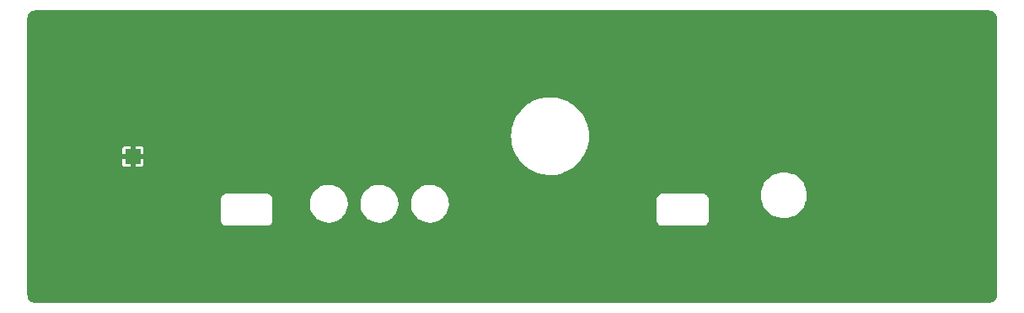
<source format=gbr>
%TF.GenerationSoftware,KiCad,Pcbnew,(6.0.11)*%
%TF.CreationDate,2023-08-23T19:50:25-07:00*%
%TF.ProjectId,miditwiddle-front,6d696469-7477-4696-9464-6c652d66726f,rev?*%
%TF.SameCoordinates,PX9157080PY68799b0*%
%TF.FileFunction,Copper,L2,Bot*%
%TF.FilePolarity,Positive*%
%FSLAX46Y46*%
G04 Gerber Fmt 4.6, Leading zero omitted, Abs format (unit mm)*
G04 Created by KiCad (PCBNEW (6.0.11)) date 2023-08-23 19:50:25*
%MOMM*%
%LPD*%
G01*
G04 APERTURE LIST*
%TA.AperFunction,SMDPad,CuDef*%
%ADD10R,1.500000X1.500000*%
%TD*%
%TA.AperFunction,ViaPad*%
%ADD11C,0.600000*%
%TD*%
G04 APERTURE END LIST*
D10*
%TO.P,TP1,1,1*%
%TO.N,GND*%
X-38100000Y7950000D03*
%TD*%
D11*
%TO.N,GND*%
X-48000000Y21950000D03*
X-48000000Y-6050000D03*
X48000000Y-6050000D03*
X48000000Y21950000D03*
%TD*%
%TA.AperFunction,Conductor*%
%TO.N,GND*%
G36*
X47984142Y22642786D02*
G01*
X48000000Y22639990D01*
X48010855Y22641904D01*
X48021879Y22641904D01*
X48021879Y22640865D01*
X48034345Y22641317D01*
X48123179Y22632568D01*
X48147405Y22627749D01*
X48253973Y22595422D01*
X48276793Y22585970D01*
X48375010Y22533472D01*
X48395548Y22519749D01*
X48481634Y22449099D01*
X48499099Y22431634D01*
X48569749Y22345548D01*
X48583472Y22325010D01*
X48635970Y22226793D01*
X48645422Y22203973D01*
X48677749Y22097405D01*
X48682568Y22073179D01*
X48691317Y21984345D01*
X48690865Y21971879D01*
X48691904Y21971879D01*
X48691904Y21960855D01*
X48689990Y21950000D01*
X48691904Y21939146D01*
X48692786Y21934144D01*
X48694700Y21912264D01*
X48694700Y-6012264D01*
X48692786Y-6034142D01*
X48689990Y-6050000D01*
X48691904Y-6060855D01*
X48691904Y-6071879D01*
X48690865Y-6071879D01*
X48691317Y-6084345D01*
X48682568Y-6173179D01*
X48677749Y-6197405D01*
X48645422Y-6303973D01*
X48635970Y-6326793D01*
X48583472Y-6425010D01*
X48569749Y-6445548D01*
X48499099Y-6531634D01*
X48481634Y-6549099D01*
X48395548Y-6619749D01*
X48375010Y-6633472D01*
X48276793Y-6685970D01*
X48253973Y-6695422D01*
X48147405Y-6727749D01*
X48123179Y-6732568D01*
X48034345Y-6741317D01*
X48021879Y-6740865D01*
X48021879Y-6741904D01*
X48010855Y-6741904D01*
X48000000Y-6739990D01*
X47984142Y-6742786D01*
X47962264Y-6744700D01*
X-47962264Y-6744700D01*
X-47984142Y-6742786D01*
X-48000000Y-6739990D01*
X-48010855Y-6741904D01*
X-48021879Y-6741904D01*
X-48021879Y-6740865D01*
X-48034345Y-6741317D01*
X-48123179Y-6732568D01*
X-48147405Y-6727749D01*
X-48253973Y-6695422D01*
X-48276793Y-6685970D01*
X-48375010Y-6633472D01*
X-48395548Y-6619749D01*
X-48481634Y-6549099D01*
X-48499099Y-6531634D01*
X-48569749Y-6445548D01*
X-48583472Y-6425010D01*
X-48635970Y-6326793D01*
X-48645422Y-6303973D01*
X-48677749Y-6197405D01*
X-48682568Y-6173179D01*
X-48691317Y-6084345D01*
X-48690865Y-6071879D01*
X-48691904Y-6071879D01*
X-48691904Y-6060855D01*
X-48689990Y-6050000D01*
X-48692786Y-6034142D01*
X-48694700Y-6012264D01*
X-48694700Y1600000D01*
X-29280010Y1600000D01*
X-29278095Y1589142D01*
X-29278095Y1588942D01*
X-29277134Y1582286D01*
X-29263858Y1464456D01*
X-29218807Y1335708D01*
X-29146237Y1220214D01*
X-29049786Y1123763D01*
X-28934292Y1051193D01*
X-28805544Y1006142D01*
X-28798517Y1005350D01*
X-28798516Y1005350D01*
X-28746324Y999469D01*
X-28736220Y997678D01*
X-28730327Y995327D01*
X-28723932Y994700D01*
X-28711067Y994700D01*
X-28696964Y993908D01*
X-28687731Y992868D01*
X-28681055Y991905D01*
X-28680858Y991905D01*
X-28670000Y989990D01*
X-28654142Y992786D01*
X-28632264Y994700D01*
X-24707736Y994700D01*
X-24685858Y992786D01*
X-24670000Y989990D01*
X-24659142Y991905D01*
X-24658942Y991905D01*
X-24652286Y992866D01*
X-24575985Y1001463D01*
X-24541484Y1005350D01*
X-24541483Y1005350D01*
X-24534456Y1006142D01*
X-24405708Y1051193D01*
X-24290214Y1123763D01*
X-24193763Y1220214D01*
X-24121193Y1335708D01*
X-24076142Y1464456D01*
X-24075350Y1471484D01*
X-24069469Y1523676D01*
X-24067678Y1533780D01*
X-24065327Y1539673D01*
X-24064700Y1546068D01*
X-24064700Y1558933D01*
X-24063908Y1573036D01*
X-24062868Y1582269D01*
X-24061905Y1588945D01*
X-24061905Y1589142D01*
X-24059990Y1600000D01*
X-24062786Y1615858D01*
X-24064700Y1637736D01*
X-24064700Y3260000D01*
X-20324224Y3260000D01*
X-20324049Y3255548D01*
X-20321867Y3200000D01*
X-20315191Y3030104D01*
X-20313631Y2990389D01*
X-20265156Y2724961D01*
X-20179764Y2469011D01*
X-20177772Y2465024D01*
X-20177771Y2465022D01*
X-20128389Y2366194D01*
X-20059161Y2227646D01*
X-19905752Y2005682D01*
X-19902730Y2002413D01*
X-19725615Y1810810D01*
X-19725610Y1810805D01*
X-19722599Y1807548D01*
X-19513356Y1637197D01*
X-19509538Y1634898D01*
X-19509536Y1634897D01*
X-19428610Y1586176D01*
X-19282198Y1498029D01*
X-19278103Y1496295D01*
X-19278101Y1496294D01*
X-19037837Y1394555D01*
X-19037830Y1394553D01*
X-19033736Y1392819D01*
X-18772930Y1323667D01*
X-18768506Y1323143D01*
X-18768504Y1323143D01*
X-18660598Y1310372D01*
X-18504981Y1291954D01*
X-18235237Y1298310D01*
X-18086042Y1323143D01*
X-17973470Y1341880D01*
X-17973466Y1341881D01*
X-17969080Y1342611D01*
X-17964839Y1343952D01*
X-17964836Y1343953D01*
X-17716067Y1422629D01*
X-17716065Y1422630D01*
X-17711821Y1423972D01*
X-17707810Y1425898D01*
X-17707805Y1425900D01*
X-17472610Y1538839D01*
X-17472609Y1538840D01*
X-17468591Y1540769D01*
X-17456046Y1549151D01*
X-17247953Y1688194D01*
X-17247949Y1688197D01*
X-17244245Y1690672D01*
X-17240928Y1693643D01*
X-17240924Y1693646D01*
X-17046575Y1867720D01*
X-17043259Y1870690D01*
X-16869642Y2077232D01*
X-16726860Y2306176D01*
X-16617761Y2552954D01*
X-16544521Y2812642D01*
X-16527659Y2938177D01*
X-16509029Y3076879D01*
X-16509029Y3076884D01*
X-16508602Y3080060D01*
X-16506736Y3139438D01*
X-16504934Y3196778D01*
X-16504934Y3196783D01*
X-16504833Y3200000D01*
X-16509081Y3260000D01*
X-15244224Y3260000D01*
X-15244049Y3255548D01*
X-15241867Y3200000D01*
X-15235191Y3030104D01*
X-15233631Y2990389D01*
X-15185156Y2724961D01*
X-15099764Y2469011D01*
X-15097772Y2465024D01*
X-15097771Y2465022D01*
X-15048389Y2366194D01*
X-14979161Y2227646D01*
X-14825752Y2005682D01*
X-14822730Y2002413D01*
X-14645615Y1810810D01*
X-14645610Y1810805D01*
X-14642599Y1807548D01*
X-14433356Y1637197D01*
X-14429538Y1634898D01*
X-14429536Y1634897D01*
X-14348610Y1586176D01*
X-14202198Y1498029D01*
X-14198103Y1496295D01*
X-14198101Y1496294D01*
X-13957837Y1394555D01*
X-13957830Y1394553D01*
X-13953736Y1392819D01*
X-13692930Y1323667D01*
X-13688506Y1323143D01*
X-13688504Y1323143D01*
X-13580598Y1310372D01*
X-13424981Y1291954D01*
X-13155237Y1298310D01*
X-13006042Y1323143D01*
X-12893470Y1341880D01*
X-12893466Y1341881D01*
X-12889080Y1342611D01*
X-12884839Y1343952D01*
X-12884836Y1343953D01*
X-12636067Y1422629D01*
X-12636065Y1422630D01*
X-12631821Y1423972D01*
X-12627810Y1425898D01*
X-12627805Y1425900D01*
X-12392610Y1538839D01*
X-12392609Y1538840D01*
X-12388591Y1540769D01*
X-12376046Y1549151D01*
X-12167953Y1688194D01*
X-12167949Y1688197D01*
X-12164245Y1690672D01*
X-12160928Y1693643D01*
X-12160924Y1693646D01*
X-11966575Y1867720D01*
X-11963259Y1870690D01*
X-11789642Y2077232D01*
X-11646860Y2306176D01*
X-11537761Y2552954D01*
X-11464521Y2812642D01*
X-11447659Y2938177D01*
X-11429029Y3076879D01*
X-11429029Y3076884D01*
X-11428602Y3080060D01*
X-11426736Y3139438D01*
X-11424934Y3196778D01*
X-11424934Y3196783D01*
X-11424833Y3200000D01*
X-11429081Y3260000D01*
X-10164224Y3260000D01*
X-10164049Y3255548D01*
X-10161867Y3200000D01*
X-10155191Y3030104D01*
X-10153631Y2990389D01*
X-10105156Y2724961D01*
X-10019764Y2469011D01*
X-10017772Y2465024D01*
X-10017771Y2465022D01*
X-9968389Y2366194D01*
X-9899161Y2227646D01*
X-9745752Y2005682D01*
X-9742730Y2002413D01*
X-9565615Y1810810D01*
X-9565610Y1810805D01*
X-9562599Y1807548D01*
X-9353356Y1637197D01*
X-9349538Y1634898D01*
X-9349536Y1634897D01*
X-9268610Y1586176D01*
X-9122198Y1498029D01*
X-9118103Y1496295D01*
X-9118101Y1496294D01*
X-8877837Y1394555D01*
X-8877830Y1394553D01*
X-8873736Y1392819D01*
X-8612930Y1323667D01*
X-8608506Y1323143D01*
X-8608504Y1323143D01*
X-8500598Y1310372D01*
X-8344981Y1291954D01*
X-8075237Y1298310D01*
X-7926042Y1323143D01*
X-7813470Y1341880D01*
X-7813466Y1341881D01*
X-7809080Y1342611D01*
X-7804839Y1343952D01*
X-7804836Y1343953D01*
X-7556067Y1422629D01*
X-7556065Y1422630D01*
X-7551821Y1423972D01*
X-7547810Y1425898D01*
X-7547805Y1425900D01*
X-7312610Y1538839D01*
X-7312609Y1538840D01*
X-7308591Y1540769D01*
X-7296046Y1549151D01*
X-7219945Y1600000D01*
X14534990Y1600000D01*
X14536905Y1589142D01*
X14536905Y1588942D01*
X14537866Y1582286D01*
X14551142Y1464456D01*
X14596193Y1335708D01*
X14668763Y1220214D01*
X14765214Y1123763D01*
X14880708Y1051193D01*
X15009456Y1006142D01*
X15016483Y1005350D01*
X15016484Y1005350D01*
X15068676Y999469D01*
X15078780Y997678D01*
X15084673Y995327D01*
X15091068Y994700D01*
X15103933Y994700D01*
X15118036Y993908D01*
X15127269Y992868D01*
X15133945Y991905D01*
X15134142Y991905D01*
X15145000Y989990D01*
X15160858Y992786D01*
X15182736Y994700D01*
X19107264Y994700D01*
X19129142Y992786D01*
X19145000Y989990D01*
X19155858Y991905D01*
X19156058Y991905D01*
X19162714Y992866D01*
X19239015Y1001463D01*
X19273516Y1005350D01*
X19273517Y1005350D01*
X19280544Y1006142D01*
X19409292Y1051193D01*
X19524786Y1123763D01*
X19621237Y1220214D01*
X19693807Y1335708D01*
X19738858Y1464456D01*
X19739650Y1471484D01*
X19745531Y1523676D01*
X19747322Y1533780D01*
X19749673Y1539673D01*
X19750300Y1546068D01*
X19750300Y1558933D01*
X19751092Y1573036D01*
X19752132Y1582269D01*
X19753095Y1588945D01*
X19753095Y1589142D01*
X19755010Y1600000D01*
X19752214Y1615858D01*
X19750300Y1637736D01*
X19750300Y3562264D01*
X19752214Y3584144D01*
X19753096Y3589145D01*
X19755010Y3600000D01*
X19753095Y3610858D01*
X19753095Y3611058D01*
X19752132Y3617726D01*
X19752132Y3617731D01*
X19738858Y3735544D01*
X19693807Y3864292D01*
X19621237Y3979786D01*
X19551023Y4050000D01*
X24994754Y4050000D01*
X24995024Y4045880D01*
X25011777Y3790274D01*
X25014518Y3748452D01*
X25015320Y3744419D01*
X25015321Y3744413D01*
X25069210Y3473499D01*
X25073474Y3452064D01*
X25074801Y3448155D01*
X25074802Y3448151D01*
X25157945Y3203221D01*
X25170611Y3165907D01*
X25304268Y2894877D01*
X25472159Y2643611D01*
X25671409Y2416409D01*
X25898611Y2217159D01*
X26149877Y2049268D01*
X26153576Y2047444D01*
X26153581Y2047441D01*
X26283485Y1983380D01*
X26420907Y1915611D01*
X26424812Y1914286D01*
X26424813Y1914285D01*
X26703151Y1819802D01*
X26703155Y1819801D01*
X26707064Y1818474D01*
X26711108Y1817670D01*
X26711114Y1817668D01*
X26999413Y1760321D01*
X26999419Y1760320D01*
X27003452Y1759518D01*
X27007557Y1759249D01*
X27007564Y1759248D01*
X27300880Y1740024D01*
X27305000Y1739754D01*
X27309120Y1740024D01*
X27602436Y1759248D01*
X27602443Y1759249D01*
X27606548Y1759518D01*
X27610581Y1760320D01*
X27610587Y1760321D01*
X27898886Y1817668D01*
X27898892Y1817670D01*
X27902936Y1818474D01*
X27906845Y1819801D01*
X27906849Y1819802D01*
X28185187Y1914285D01*
X28185188Y1914286D01*
X28189093Y1915611D01*
X28326515Y1983380D01*
X28456419Y2047441D01*
X28456424Y2047444D01*
X28460123Y2049268D01*
X28711389Y2217159D01*
X28938591Y2416409D01*
X29137841Y2643611D01*
X29305732Y2894877D01*
X29439389Y3165907D01*
X29452055Y3203221D01*
X29535198Y3448151D01*
X29535199Y3448155D01*
X29536526Y3452064D01*
X29540790Y3473499D01*
X29594679Y3744413D01*
X29594680Y3744419D01*
X29595482Y3748452D01*
X29598224Y3790274D01*
X29614976Y4045880D01*
X29615246Y4050000D01*
X29613526Y4076237D01*
X29595752Y4347436D01*
X29595751Y4347443D01*
X29595482Y4351548D01*
X29582539Y4416620D01*
X29537332Y4643886D01*
X29537330Y4643892D01*
X29536526Y4647936D01*
X29478330Y4819378D01*
X29440715Y4930187D01*
X29440714Y4930188D01*
X29439389Y4934093D01*
X29359987Y5095105D01*
X29307559Y5201419D01*
X29307556Y5201424D01*
X29305732Y5205123D01*
X29137841Y5456389D01*
X28938591Y5683591D01*
X28711389Y5882841D01*
X28460123Y6050732D01*
X28456424Y6052556D01*
X28456419Y6052559D01*
X28284203Y6137486D01*
X28189093Y6184389D01*
X28116123Y6209159D01*
X27906849Y6280198D01*
X27906845Y6280199D01*
X27902936Y6281526D01*
X27898892Y6282330D01*
X27898886Y6282332D01*
X27610587Y6339679D01*
X27610581Y6339680D01*
X27606548Y6340482D01*
X27602443Y6340751D01*
X27602436Y6340752D01*
X27309120Y6359976D01*
X27305000Y6360246D01*
X27300880Y6359976D01*
X27007564Y6340752D01*
X27007557Y6340751D01*
X27003452Y6340482D01*
X26999419Y6339680D01*
X26999413Y6339679D01*
X26711114Y6282332D01*
X26711108Y6282330D01*
X26707064Y6281526D01*
X26703155Y6280199D01*
X26703151Y6280198D01*
X26493877Y6209159D01*
X26420907Y6184389D01*
X26325797Y6137486D01*
X26153581Y6052559D01*
X26153576Y6052556D01*
X26149877Y6050732D01*
X25898611Y5882841D01*
X25671409Y5683591D01*
X25472159Y5456389D01*
X25304268Y5205123D01*
X25302444Y5201424D01*
X25302441Y5201419D01*
X25250013Y5095105D01*
X25170611Y4934093D01*
X25169286Y4930188D01*
X25169285Y4930187D01*
X25131671Y4819378D01*
X25073474Y4647936D01*
X25072670Y4643892D01*
X25072668Y4643886D01*
X25031508Y4436962D01*
X25014518Y4351548D01*
X24997662Y4094362D01*
X24994754Y4050000D01*
X19551023Y4050000D01*
X19524786Y4076237D01*
X19409292Y4148807D01*
X19280544Y4193858D01*
X19273517Y4194650D01*
X19273516Y4194650D01*
X19221324Y4200531D01*
X19211220Y4202322D01*
X19205327Y4204673D01*
X19198932Y4205300D01*
X19186067Y4205300D01*
X19171964Y4206092D01*
X19162731Y4207132D01*
X19156055Y4208095D01*
X19155858Y4208095D01*
X19145000Y4210010D01*
X19129142Y4207214D01*
X19107264Y4205300D01*
X15182736Y4205300D01*
X15160858Y4207214D01*
X15145000Y4210010D01*
X15134142Y4208095D01*
X15133942Y4208095D01*
X15127286Y4207134D01*
X15050985Y4198537D01*
X15016484Y4194650D01*
X15016483Y4194650D01*
X15009456Y4193858D01*
X14880708Y4148807D01*
X14765214Y4076237D01*
X14668763Y3979786D01*
X14596193Y3864292D01*
X14551142Y3735544D01*
X14550350Y3728517D01*
X14550350Y3728516D01*
X14544469Y3676324D01*
X14542678Y3666220D01*
X14540327Y3660327D01*
X14539700Y3653932D01*
X14539700Y3641067D01*
X14538908Y3626964D01*
X14537868Y3617731D01*
X14536905Y3611055D01*
X14536905Y3610858D01*
X14534990Y3600000D01*
X14536904Y3589145D01*
X14537786Y3584144D01*
X14539700Y3562264D01*
X14539700Y1637736D01*
X14537786Y1615858D01*
X14534990Y1600000D01*
X-7219945Y1600000D01*
X-7087953Y1688194D01*
X-7087949Y1688197D01*
X-7084245Y1690672D01*
X-7080928Y1693643D01*
X-7080924Y1693646D01*
X-6886575Y1867720D01*
X-6883259Y1870690D01*
X-6709642Y2077232D01*
X-6566860Y2306176D01*
X-6457761Y2552954D01*
X-6384521Y2812642D01*
X-6367659Y2938177D01*
X-6349029Y3076879D01*
X-6349029Y3076884D01*
X-6348602Y3080060D01*
X-6346736Y3139438D01*
X-6344934Y3196778D01*
X-6344934Y3196783D01*
X-6344833Y3200000D01*
X-6363889Y3469145D01*
X-6375694Y3523980D01*
X-6419742Y3728568D01*
X-6420679Y3732920D01*
X-6424110Y3742222D01*
X-6512527Y3981884D01*
X-6514068Y3986061D01*
X-6546344Y4045880D01*
X-6640080Y4219603D01*
X-6642193Y4223519D01*
X-6802498Y4440554D01*
X-6836437Y4475031D01*
X-6988653Y4629656D01*
X-6991784Y4632837D01*
X-6995324Y4635538D01*
X-6995330Y4635544D01*
X-7202735Y4793830D01*
X-7206275Y4796532D01*
X-7441690Y4928371D01*
X-7693334Y5025724D01*
X-7697659Y5026727D01*
X-7697664Y5026728D01*
X-7802827Y5051103D01*
X-7956184Y5086650D01*
X-8224996Y5109931D01*
X-8229431Y5109687D01*
X-8229435Y5109687D01*
X-8330310Y5104135D01*
X-8494407Y5095105D01*
X-8498767Y5094238D01*
X-8498773Y5094237D01*
X-8728690Y5048503D01*
X-8759042Y5042466D01*
X-9013619Y4953065D01*
X-9253060Y4828685D01*
X-9256675Y4826102D01*
X-9256681Y4826098D01*
X-9295006Y4798710D01*
X-9472586Y4671809D01*
X-9667819Y4485566D01*
X-9670575Y4482071D01*
X-9670576Y4482069D01*
X-9779198Y4344282D01*
X-9834862Y4273673D01*
X-9877346Y4200531D01*
X-9968145Y4044211D01*
X-9968148Y4044205D01*
X-9970383Y4040357D01*
X-9972057Y4036223D01*
X-10070004Y3794406D01*
X-10070007Y3794398D01*
X-10071677Y3790274D01*
X-10091088Y3712131D01*
X-10128314Y3562264D01*
X-10136723Y3528413D01*
X-10164224Y3260000D01*
X-11429081Y3260000D01*
X-11443889Y3469145D01*
X-11455694Y3523980D01*
X-11499742Y3728568D01*
X-11500679Y3732920D01*
X-11504110Y3742222D01*
X-11592527Y3981884D01*
X-11594068Y3986061D01*
X-11626344Y4045880D01*
X-11720080Y4219603D01*
X-11722193Y4223519D01*
X-11882498Y4440554D01*
X-11916437Y4475031D01*
X-12068653Y4629656D01*
X-12071784Y4632837D01*
X-12075324Y4635538D01*
X-12075330Y4635544D01*
X-12282735Y4793830D01*
X-12286275Y4796532D01*
X-12521690Y4928371D01*
X-12773334Y5025724D01*
X-12777659Y5026727D01*
X-12777664Y5026728D01*
X-12882827Y5051103D01*
X-13036184Y5086650D01*
X-13304996Y5109931D01*
X-13309431Y5109687D01*
X-13309435Y5109687D01*
X-13410310Y5104135D01*
X-13574407Y5095105D01*
X-13578767Y5094238D01*
X-13578773Y5094237D01*
X-13808690Y5048503D01*
X-13839042Y5042466D01*
X-14093619Y4953065D01*
X-14333060Y4828685D01*
X-14336675Y4826102D01*
X-14336681Y4826098D01*
X-14375006Y4798710D01*
X-14552586Y4671809D01*
X-14747819Y4485566D01*
X-14750575Y4482071D01*
X-14750576Y4482069D01*
X-14859198Y4344282D01*
X-14914862Y4273673D01*
X-14957346Y4200531D01*
X-15048145Y4044211D01*
X-15048148Y4044205D01*
X-15050383Y4040357D01*
X-15052057Y4036223D01*
X-15150004Y3794406D01*
X-15150007Y3794398D01*
X-15151677Y3790274D01*
X-15171088Y3712131D01*
X-15208314Y3562264D01*
X-15216723Y3528413D01*
X-15244224Y3260000D01*
X-16509081Y3260000D01*
X-16523889Y3469145D01*
X-16535694Y3523980D01*
X-16579742Y3728568D01*
X-16580679Y3732920D01*
X-16584110Y3742222D01*
X-16672527Y3981884D01*
X-16674068Y3986061D01*
X-16706344Y4045880D01*
X-16800080Y4219603D01*
X-16802193Y4223519D01*
X-16962498Y4440554D01*
X-16996437Y4475031D01*
X-17148653Y4629656D01*
X-17151784Y4632837D01*
X-17155324Y4635538D01*
X-17155330Y4635544D01*
X-17362735Y4793830D01*
X-17366275Y4796532D01*
X-17601690Y4928371D01*
X-17853334Y5025724D01*
X-17857659Y5026727D01*
X-17857664Y5026728D01*
X-17962827Y5051103D01*
X-18116184Y5086650D01*
X-18384996Y5109931D01*
X-18389431Y5109687D01*
X-18389435Y5109687D01*
X-18490310Y5104135D01*
X-18654407Y5095105D01*
X-18658767Y5094238D01*
X-18658773Y5094237D01*
X-18888690Y5048503D01*
X-18919042Y5042466D01*
X-19173619Y4953065D01*
X-19413060Y4828685D01*
X-19416675Y4826102D01*
X-19416681Y4826098D01*
X-19455006Y4798710D01*
X-19632586Y4671809D01*
X-19827819Y4485566D01*
X-19830575Y4482071D01*
X-19830576Y4482069D01*
X-19939198Y4344282D01*
X-19994862Y4273673D01*
X-20037346Y4200531D01*
X-20128145Y4044211D01*
X-20128148Y4044205D01*
X-20130383Y4040357D01*
X-20132057Y4036223D01*
X-20230004Y3794406D01*
X-20230007Y3794398D01*
X-20231677Y3790274D01*
X-20251088Y3712131D01*
X-20288314Y3562264D01*
X-20296723Y3528413D01*
X-20324224Y3260000D01*
X-24064700Y3260000D01*
X-24064700Y3562264D01*
X-24062786Y3584144D01*
X-24061904Y3589145D01*
X-24059990Y3600000D01*
X-24061905Y3610858D01*
X-24061905Y3611058D01*
X-24062868Y3617726D01*
X-24062868Y3617731D01*
X-24076142Y3735544D01*
X-24121193Y3864292D01*
X-24193763Y3979786D01*
X-24290214Y4076237D01*
X-24405708Y4148807D01*
X-24534456Y4193858D01*
X-24541483Y4194650D01*
X-24541484Y4194650D01*
X-24593676Y4200531D01*
X-24603780Y4202322D01*
X-24609673Y4204673D01*
X-24616068Y4205300D01*
X-24628933Y4205300D01*
X-24643036Y4206092D01*
X-24652269Y4207132D01*
X-24658945Y4208095D01*
X-24659142Y4208095D01*
X-24670000Y4210010D01*
X-24685858Y4207214D01*
X-24707736Y4205300D01*
X-28632264Y4205300D01*
X-28654142Y4207214D01*
X-28670000Y4210010D01*
X-28680858Y4208095D01*
X-28681058Y4208095D01*
X-28687714Y4207134D01*
X-28764015Y4198537D01*
X-28798516Y4194650D01*
X-28798517Y4194650D01*
X-28805544Y4193858D01*
X-28934292Y4148807D01*
X-29049786Y4076237D01*
X-29146237Y3979786D01*
X-29218807Y3864292D01*
X-29263858Y3735544D01*
X-29264650Y3728517D01*
X-29264650Y3728516D01*
X-29270531Y3676324D01*
X-29272322Y3666220D01*
X-29274673Y3660327D01*
X-29275300Y3653932D01*
X-29275300Y3641067D01*
X-29276092Y3626964D01*
X-29277132Y3617731D01*
X-29278095Y3611055D01*
X-29278095Y3610858D01*
X-29280010Y3600000D01*
X-29278096Y3589145D01*
X-29277214Y3584144D01*
X-29275300Y3562264D01*
X-29275300Y1637736D01*
X-29277214Y1615858D01*
X-29280010Y1600000D01*
X-48694700Y1600000D01*
X-48694700Y7158448D01*
X-39154800Y7158448D01*
X-39154358Y7151003D01*
X-39152755Y7137525D01*
X-39147802Y7119505D01*
X-39110267Y7034999D01*
X-39097313Y7016151D01*
X-39033417Y6952367D01*
X-39014547Y6939446D01*
X-38929999Y6902068D01*
X-38911922Y6897140D01*
X-38898925Y6895624D01*
X-38891624Y6895200D01*
X-38372115Y6895200D01*
X-38356876Y6899675D01*
X-38355671Y6901065D01*
X-38354000Y6908748D01*
X-38354000Y6913315D01*
X-37846000Y6913315D01*
X-37841525Y6898076D01*
X-37840135Y6896871D01*
X-37832452Y6895200D01*
X-37308448Y6895200D01*
X-37301003Y6895642D01*
X-37287525Y6897245D01*
X-37269505Y6902198D01*
X-37184999Y6939733D01*
X-37166151Y6952687D01*
X-37102367Y7016583D01*
X-37089446Y7035453D01*
X-37052068Y7120001D01*
X-37047140Y7138078D01*
X-37045624Y7151075D01*
X-37045200Y7158376D01*
X-37045200Y7677885D01*
X-37049675Y7693124D01*
X-37051065Y7694329D01*
X-37058748Y7696000D01*
X-37827885Y7696000D01*
X-37843124Y7691525D01*
X-37844329Y7690135D01*
X-37846000Y7682452D01*
X-37846000Y6913315D01*
X-38354000Y6913315D01*
X-38354000Y7677885D01*
X-38358475Y7693124D01*
X-38359865Y7694329D01*
X-38367548Y7696000D01*
X-39136685Y7696000D01*
X-39151924Y7691525D01*
X-39153129Y7690135D01*
X-39154800Y7682452D01*
X-39154800Y7158448D01*
X-48694700Y7158448D01*
X-48694700Y8222115D01*
X-39154800Y8222115D01*
X-39150325Y8206876D01*
X-39148935Y8205671D01*
X-39141252Y8204000D01*
X-38372115Y8204000D01*
X-38356876Y8208475D01*
X-38355671Y8209865D01*
X-38354000Y8217548D01*
X-38354000Y8222115D01*
X-37846000Y8222115D01*
X-37841525Y8206876D01*
X-37840135Y8205671D01*
X-37832452Y8204000D01*
X-37063315Y8204000D01*
X-37048076Y8208475D01*
X-37046871Y8209865D01*
X-37045200Y8217548D01*
X-37045200Y8741552D01*
X-37045642Y8748997D01*
X-37047245Y8762475D01*
X-37052198Y8780495D01*
X-37089733Y8865001D01*
X-37102687Y8883849D01*
X-37166583Y8947633D01*
X-37185453Y8960554D01*
X-37270001Y8997932D01*
X-37288078Y9002860D01*
X-37301075Y9004376D01*
X-37308376Y9004800D01*
X-37827885Y9004800D01*
X-37843124Y9000325D01*
X-37844329Y8998935D01*
X-37846000Y8991252D01*
X-37846000Y8222115D01*
X-38354000Y8222115D01*
X-38354000Y8986685D01*
X-38358475Y9001924D01*
X-38359865Y9003129D01*
X-38367548Y9004800D01*
X-38891552Y9004800D01*
X-38898997Y9004358D01*
X-38912475Y9002755D01*
X-38930495Y8997802D01*
X-39015001Y8960267D01*
X-39033849Y8947313D01*
X-39097633Y8883417D01*
X-39110554Y8864547D01*
X-39147932Y8779999D01*
X-39152860Y8761922D01*
X-39154376Y8748925D01*
X-39154800Y8741624D01*
X-39154800Y8222115D01*
X-48694700Y8222115D01*
X-48694700Y10013650D01*
X-100295Y10013650D01*
X-100194Y10011501D01*
X-100146Y10010483D01*
X-100146Y10010477D01*
X-98284Y9971008D01*
X-81657Y9618420D01*
X-23173Y9227097D01*
X-22387Y9224015D01*
X-22387Y9224013D01*
X35274Y8997802D01*
X74557Y8843687D01*
X210532Y8472117D01*
X383361Y8116189D01*
X385033Y8113482D01*
X385034Y8113480D01*
X405459Y8080410D01*
X591274Y7779550D01*
X593206Y7777032D01*
X593213Y7777022D01*
X830201Y7468173D01*
X832142Y7465644D01*
X1103499Y7177687D01*
X1105904Y7175604D01*
X1105910Y7175598D01*
X1267699Y7035453D01*
X1402567Y6918627D01*
X1726284Y6691115D01*
X2071335Y6497481D01*
X2074249Y6496214D01*
X2074253Y6496212D01*
X2223575Y6431285D01*
X2434187Y6339709D01*
X2613816Y6282382D01*
X2808082Y6220383D01*
X2808091Y6220381D01*
X2811126Y6219412D01*
X2862746Y6208534D01*
X3195172Y6138481D01*
X3195177Y6138480D01*
X3198291Y6137824D01*
X3591720Y6095778D01*
X3594907Y6095761D01*
X3594913Y6095761D01*
X3774397Y6094821D01*
X3987384Y6093706D01*
X4184307Y6112668D01*
X4378066Y6131325D01*
X4378071Y6131326D01*
X4381231Y6131630D01*
X4384351Y6132253D01*
X4384355Y6132254D01*
X4766102Y6208534D01*
X4766101Y6208534D01*
X4769230Y6209159D01*
X5060891Y6298886D01*
X5144366Y6324566D01*
X5144369Y6324567D01*
X5147408Y6325502D01*
X5150336Y6326739D01*
X5150342Y6326741D01*
X5314336Y6396015D01*
X5511892Y6479466D01*
X5514695Y6481000D01*
X5514700Y6481003D01*
X5664321Y6562918D01*
X5858952Y6669476D01*
X6185033Y6893585D01*
X6187472Y6895653D01*
X6187478Y6895658D01*
X6352318Y7035453D01*
X6486798Y7149500D01*
X6761155Y7434600D01*
X6787480Y7468173D01*
X7003323Y7743448D01*
X7003326Y7743453D01*
X7005297Y7745966D01*
X7216724Y8080410D01*
X7218144Y8083259D01*
X7218149Y8083267D01*
X7391851Y8431660D01*
X7393271Y8434508D01*
X7509293Y8741552D01*
X7532006Y8801659D01*
X7532007Y8801662D01*
X7533130Y8804634D01*
X7542726Y8840696D01*
X7634048Y9183914D01*
X7634869Y9186999D01*
X7697447Y9577688D01*
X7720224Y9972701D01*
X7720319Y10000000D01*
X7719789Y10010477D01*
X7700462Y10391989D01*
X7700461Y10391994D01*
X7700301Y10395162D01*
X7652509Y10707488D01*
X7640936Y10783119D01*
X7640934Y10783128D01*
X7640452Y10786279D01*
X7541384Y11169345D01*
X7540279Y11172333D01*
X7405221Y11537442D01*
X7405218Y11537448D01*
X7404112Y11540439D01*
X7230042Y11895760D01*
X7020955Y12231672D01*
X6938663Y12338146D01*
X6780945Y12542210D01*
X6780940Y12542215D01*
X6778993Y12544735D01*
X6506632Y12831743D01*
X6206662Y13089758D01*
X6204054Y13091578D01*
X6204048Y13091582D01*
X5884766Y13314316D01*
X5882153Y13316139D01*
X5536429Y13508566D01*
X5533509Y13509824D01*
X5533504Y13509826D01*
X5175962Y13663809D01*
X5175952Y13663813D01*
X5173028Y13665072D01*
X4795672Y13784052D01*
X4516644Y13841835D01*
X4411348Y13863641D01*
X4411345Y13863641D01*
X4408223Y13864288D01*
X4105574Y13895564D01*
X4017806Y13904634D01*
X4017803Y13904634D01*
X4014650Y13904960D01*
X4011483Y13904966D01*
X4011474Y13904966D01*
X3816441Y13905306D01*
X3618982Y13905651D01*
X3322769Y13876085D01*
X3228454Y13866671D01*
X3228452Y13866671D01*
X3225269Y13866353D01*
X3222129Y13865714D01*
X3222128Y13865714D01*
X2840677Y13788107D01*
X2840670Y13788105D01*
X2837543Y13787469D01*
X2459774Y13669807D01*
X2095829Y13514571D01*
X1749435Y13323352D01*
X1746814Y13321537D01*
X1746809Y13321534D01*
X1646849Y13252318D01*
X1424138Y13098105D01*
X1123269Y12841139D01*
X849908Y12555083D01*
X847951Y12552569D01*
X847950Y12552568D01*
X623109Y12263747D01*
X606854Y12242867D01*
X605158Y12240163D01*
X605155Y12240159D01*
X599831Y12231672D01*
X396596Y11907687D01*
X395186Y11904835D01*
X395182Y11904827D01*
X297284Y11706744D01*
X221287Y11552975D01*
X82720Y11182363D01*
X-17684Y10799645D01*
X-18177Y10796496D01*
X-18179Y10796487D01*
X-65128Y10496675D01*
X-78898Y10408740D01*
X-79069Y10405574D01*
X-79070Y10405569D01*
X-79805Y10391989D01*
X-100295Y10013650D01*
X-48694700Y10013650D01*
X-48694700Y21912264D01*
X-48692786Y21934144D01*
X-48691904Y21939146D01*
X-48689990Y21950000D01*
X-48691904Y21960855D01*
X-48691904Y21971879D01*
X-48690865Y21971879D01*
X-48691317Y21984345D01*
X-48682568Y22073179D01*
X-48677749Y22097405D01*
X-48645422Y22203973D01*
X-48635970Y22226793D01*
X-48583472Y22325010D01*
X-48569749Y22345548D01*
X-48499099Y22431634D01*
X-48481634Y22449099D01*
X-48395548Y22519749D01*
X-48375010Y22533472D01*
X-48276793Y22585970D01*
X-48253973Y22595422D01*
X-48147405Y22627749D01*
X-48123179Y22632568D01*
X-48034345Y22641317D01*
X-48021879Y22640865D01*
X-48021879Y22641904D01*
X-48010855Y22641904D01*
X-48000000Y22639990D01*
X-47984142Y22642786D01*
X-47962264Y22644700D01*
X47962264Y22644700D01*
X47984142Y22642786D01*
G37*
%TD.AperFunction*%
%TD*%
M02*

</source>
